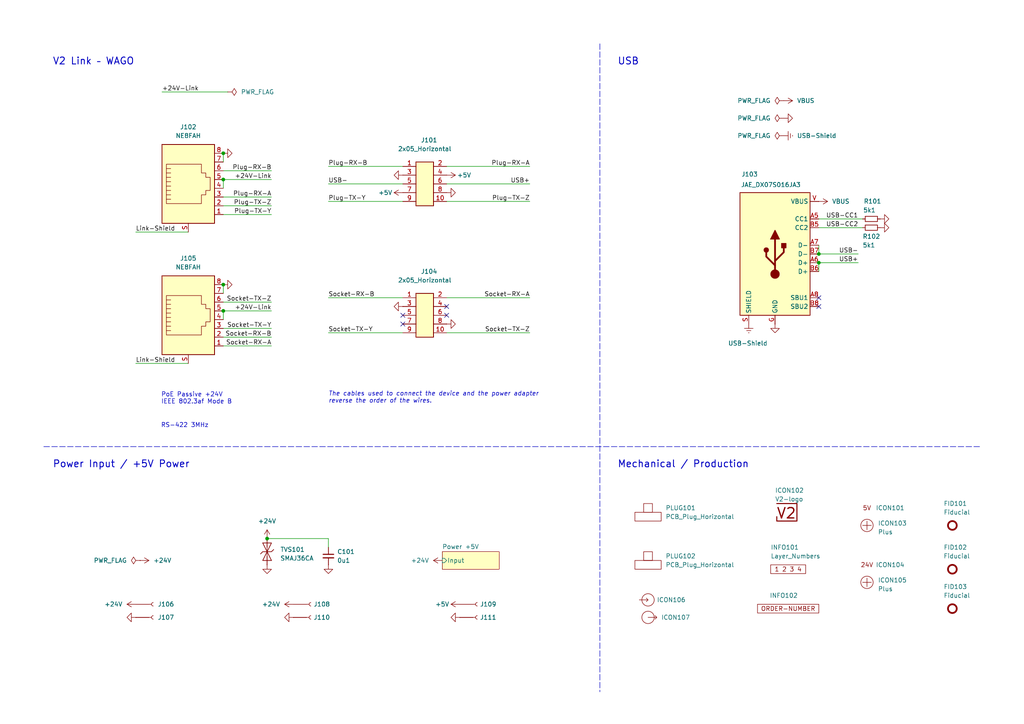
<source format=kicad_sch>
(kicad_sch (version 20250114) (generator "eeschema") (generator_version "9.0")
  (paper "A4")
  (title_block (title "V2 Link WAGO") (date "2026-01-06") (rev "2") (company "Versio Duo") (comment 1 "External Power Supply"))
  (lib_symbols
    (symbol "Device:C_Small" (pin_numbers (hide yes)) (pin_names (offset 0.254) (hide yes))
      (property "Reference" "C" (at 0.254 1.778 0))
      (property "Value" "C_Small" (at 0.254 -2.032 0))
      (symbol "C_Small_0_1"
        (polyline (pts (xy -1.524 0.508) (xy 1.524 0.508)) (stroke (width 0.3048)))
        (polyline (pts (xy -1.524 -0.508) (xy 1.524 -0.508)) (stroke (width 0.3302)))
      )
      (symbol "C_Small_1_1"
        (pin passive line (at 0 2.54 270) (length 2.032) (name "~") (number "1"))
        (pin passive line (at 0 -2.54 90) (length 2.032) (name "~") (number "2"))
      )
    )
    (symbol "Device:R_Small" (pin_numbers (hide yes)) (pin_names (offset 0.254) (hide yes))
      (property "Reference" "R" (at 0 0 90))
      (property "Value" "R_Small" (at 1.778 0 90))
      (symbol "R_Small_0_1"
        (rectangle (start -0.762 1.778) (end 0.762 -1.778) (stroke (width 0.2032)))
      )
      (symbol "R_Small_1_1"
        (pin passive line (at 0 2.54 270) (length 0.762) (name "~") (number "1"))
        (pin passive line (at 0 -2.54 90) (length 0.762) (name "~") (number "2"))
      )
    )
    (symbol "V2_Artwork:24V" (in_bom no)
      (property "Reference" "ICON" (at -2.54 2.54 0))
      (symbol "24V_1_1"
        (text "24V" (at 0 0 0) (effects (font (size 1.27 1.27))))
      )
    )
    (symbol "V2_Artwork:5V" (in_bom no)
      (property "Reference" "ICON" (at -2.54 2.54 0))
      (symbol "5V_1_1"
        (text "5V" (at 0 0 0) (effects (font (size 1.27 1.27))))
      )
    )
    (symbol "V2_Artwork:Arrow_In" (in_bom no)
      (property "Reference" "ICON" (at -2.54 2.54 0))
      (symbol "Arrow_In_0_1"
        (polyline (pts (xy -2.54 0) (xy 0 0)))
        (polyline (pts (xy -0.508 0.508) (xy 0 0) (xy -0.508 -0.508)))
        (circle (center 0 0) (radius 1.7961))
      )
    )
    (symbol "V2_Artwork:Arrow_Out" (in_bom no)
      (property "Reference" "ICON" (at -2.54 2.54 0))
      (symbol "Arrow_Out_0_1"
        (polyline (pts (xy 0 0) (xy 2.54 0)))
        (circle (center 0 0) (radius 1.7961))
        (polyline (pts (xy 2.032 0.508) (xy 2.54 0) (xy 2.032 -0.508)))
      )
    )
    (symbol "V2_Artwork:Plus" (in_bom no)
      (property "Reference" "ICON" (at -2.54 2.54 0))
      (symbol "Plus_0_1"
        (polyline (pts (xy -1.27 0) (xy 1.27 0)))
        (polyline (pts (xy 0 1.27) (xy 0 -1.27)))
        (circle (center 0 0) (radius 1.7961))
      )
    )
    (symbol "V2_Artwork:V2-logo" (in_bom no)
      (property "Reference" "ICON" (at -3.302 3.81 0))
      (symbol "V2-logo_1_0"
        (polyline (pts (xy -3.302 2.54) (xy 2.54 2.54) (xy 2.54 -2.54) (xy -3.302 -2.54) (xy -3.302 -1.27)) (stroke (width 0.3)))
      )
      (symbol "V2-logo_1_1"
        (text "V2" (at -0.508 -0.254 0) (effects (font (size 3 3) (thickness 0.375))))
      )
    )
    (symbol "V2_Connector_EtherCon:NE8FAH" (pin_names (offset 1.016))
      (property "Reference" "J" (at -5.08 17.78 0))
      (property "Value" "NE8FAH" (at 2.54 13.97 0))
      (symbol "NE8FAH_0_1"
        (polyline (pts (xy -6.35 1.905) (xy -5.08 1.905) (xy -5.08 1.905)))
        (polyline (pts (xy -6.35 0.635) (xy -5.08 0.635) (xy -5.08 0.635)))
        (polyline (pts (xy -6.35 -0.635) (xy -5.08 -0.635) (xy -5.08 -0.635)))
        (polyline (pts (xy -6.35 -1.905) (xy -5.08 -1.905) (xy -5.08 -1.905)))
        (polyline (pts (xy -6.35 -3.175) (xy -5.08 -3.175) (xy -5.08 -3.175)))
        (polyline (pts (xy -6.35 -4.445) (xy -6.35 6.985) (xy 3.81 6.985) (xy 3.81 4.445) (xy 5.08 4.445) (xy 5.08 3.175) (xy 6.35 3.175) (xy 6.35 -0.635) (xy 5.08 -0.635) (xy 5.08 -1.905) (xy 3.81 -1.905) (xy 3.81 -4.445) (xy -6.35 -4.445) (xy -6.35 -4.445)))
        (polyline (pts (xy -5.08 5.715) (xy -6.35 5.715)))
        (polyline (pts (xy -5.08 4.445) (xy -6.35 4.445)))
        (polyline (pts (xy -5.08 3.175) (xy -6.35 3.175) (xy -6.35 3.175)))
        (rectangle (start 7.62 12.7) (end -7.62 -10.16) (stroke (width 0.254)) (fill (type background)))
      )
      (symbol "NE8FAH_1_1"
        (pin passive line (at 0 -12.7 90) (length 2.54) (name "") (number "S"))
        (pin passive line (at 10.16 10.16 180) (length 2.54) (name "~") (number "8"))
        (pin passive line (at 10.16 7.62 180) (length 2.54) (name "~") (number "7"))
        (pin passive line (at 10.16 5.08 180) (length 2.54) (name "~") (number "6"))
        (pin passive line (at 10.16 2.54 180) (length 2.54) (name "~") (number "5"))
        (pin passive line (at 10.16 0 180) (length 2.54) (name "~") (number "4"))
        (pin passive line (at 10.16 -2.54 180) (length 2.54) (name "~") (number "3"))
        (pin passive line (at 10.16 -5.08 180) (length 2.54) (name "~") (number "2"))
        (pin passive line (at 10.16 -7.62 180) (length 2.54) (name "~") (number "1"))
      )
    )
    (symbol "V2_Connector_Header_1.27mm:2x05_Horizontal" (pin_names (hide yes))
      (property "Reference" "J" (at 0 12.7 0))
      (property "Value" "2x05_Horizontal" (at 1.27 10.16 0))
      (symbol "2x05_Horizontal_1_1"
        (rectangle (start -2.54 6.35) (end 2.54 -6.35) (stroke (width 0.254)) (fill (type background)))
        (pin passive line (at -6.35 5.08 0) (length 3.81) (name "Pin_1") (number "1"))
        (pin passive line (at -6.35 2.54 0) (length 3.81) (name "Pin_3") (number "3"))
        (pin passive line (at -6.35 0 0) (length 3.81) (name "Pin_5") (number "5"))
        (pin passive line (at -6.35 -2.54 0) (length 3.81) (name "Pin_7") (number "7"))
        (pin passive line (at -6.35 -5.08 0) (length 3.81) (name "Pin_9") (number "9"))
        (pin passive line (at 6.35 5.08 180) (length 3.81) (name "Pin_2") (number "2"))
        (pin passive line (at 6.35 2.54 180) (length 3.81) (name "Pin_4") (number "4"))
        (pin passive line (at 6.35 0 180) (length 3.81) (name "Pin_6") (number "6"))
        (pin passive line (at 6.35 -2.54 180) (length 3.81) (name "Pin_8") (number "8"))
        (pin passive line (at 6.35 -5.08 180) (length 3.81) (name "Pin_10") (number "10"))
      )
    )
    (symbol "V2_Connector_USB:JAE_DX07S016JA3"
      (property "Reference" "J" (at -10.16 22.86 0))
      (property "Value" "USB-C_2.0" (at -10.16 20.5 0))
      (symbol "JAE_DX07S016JA3_0_1"
        (rectangle (start -10.16 17.78) (end 10.16 -17.78) (stroke (width 0.254)) (fill (type background)))
        (circle (center -2.54 1.143) (radius 0.635) (stroke (width 0.254)) (fill (type outline)))
        (polyline (pts (xy -1.27 4.318) (xy 0 6.858) (xy 1.27 4.318) (xy -1.27 4.318)) (stroke (width 0.254)) (fill (type outline)))
        (polyline (pts (xy 0 -2.032) (xy 2.54 0.508) (xy 2.54 1.778)) (stroke (width 0.508)))
        (polyline (pts (xy 0 -3.302) (xy -2.54 -0.762) (xy -2.54 0.508)) (stroke (width 0.508)))
        (polyline (pts (xy 0 -5.842) (xy 0 4.318)) (stroke (width 0.508)))
        (circle (center 0 -5.842) (radius 1.27) (fill (type outline)))
        (rectangle (start 1.905 1.778) (end 3.175 3.048) (stroke (width 0.254)) (fill (type outline)))
      )
      (symbol "JAE_DX07S016JA3_1_1"
        (pin passive line (at -7.62 -20.32 90) (length 2.54) (name "SHIELD") (number "S"))
        (pin passive line (at 0 -20.32 90) (length 2.54) (name "GND") (number "G"))
        (pin passive line (at 12.7 15.24 180) (length 2.54) (name "VBUS") (number "V"))
        (pin bidirectional line (at 12.7 10.16 180) (length 2.54) (name "CC1") (number "A5"))
        (pin bidirectional line (at 12.7 7.62 180) (length 2.54) (name "CC2") (number "B5"))
        (pin bidirectional line (at 12.7 2.54 180) (length 2.54) (name "D-") (number "A7"))
        (pin bidirectional line (at 12.7 0 180) (length 2.54) (name "D-") (number "B7"))
        (pin bidirectional line (at 12.7 -2.54 180) (length 2.54) (name "D+") (number "A6"))
        (pin bidirectional line (at 12.7 -5.08 180) (length 2.54) (name "D+") (number "B6"))
        (pin bidirectional line (at 12.7 -12.7 180) (length 2.54) (name "SBU1") (number "A8"))
        (pin bidirectional line (at 12.7 -15.24 180) (length 2.54) (name "SBU2") (number "B8"))
      )
    )
    (symbol "V2_Connector_WAGO:2065" (pin_numbers (hide yes)) (pin_names (offset 1.016) (hide yes))
      (property "Reference" "J" (at -5.08 6.35 0))
      (symbol "2065_1_1"
        (polyline (pts (xy -1.27 0) (xy -0.508 0)) (stroke (width 0.1524)))
        (arc (start 0 -0.508) (mid -0.5058 0) (end 0 0.508) (stroke (width 0.1524)))
        (pin passive line (at -5.08 0 0) (length 3.81) (name "") (number "1"))
      )
    )
    (symbol "V2_Connector_WAGO:2601-1101" (pin_numbers (hide yes)) (pin_names (offset 1.016) (hide yes))
      (property "Reference" "J" (at -5.08 6.35 0))
      (symbol "2601-1101_1_1"
        (polyline (pts (xy -1.27 0) (xy -0.508 0)) (stroke (width 0.1524)))
        (arc (start 0 -0.508) (mid -0.5058 0) (end 0 0.508) (stroke (width 0.1524)))
        (pin passive line (at -5.08 0 0) (length 3.81) (name "") (number "1"))
      )
    )
    (symbol "V2_Diode:SMAJ36CA" (pin_numbers (hide yes)) (pin_names (hide yes))
      (property "Reference" "TVS" (at -1.27 3.81 0))
      (property "Value" "SMAJ24CA" (at 0 -3.81 0))
      (symbol "SMAJ36CA_0_1"
        (polyline (pts (xy -2.54 -1.27) (xy -2.54 1.27) (xy 0 0) (xy -2.54 -1.27)) (stroke (width 0.2032)))
        (polyline (pts (xy 0 1.27) (xy -0.635 1.905) (xy 0 1.27) (xy 0 -1.27) (xy 0.635 -1.905) (xy 0 -1.27)) (stroke (width 0.2032)))
        (polyline (pts (xy 1.27 0) (xy -1.27 0)))
        (polyline (pts (xy 2.54 1.27) (xy 2.54 -1.27) (xy 0 0) (xy 2.54 1.27)) (stroke (width 0.2032)))
      )
      (symbol "SMAJ36CA_1_1"
        (pin passive line (at -3.81 0 0) (length 2.54) (name "K") (number "1"))
        (pin passive line (at 3.81 0 180) (length 2.54) (name "A") (number "2"))
      )
    )
    (symbol "V2_Mechanical:Fiducial_Paste" (in_bom no)
      (property "Reference" "FID" (at 0 5.08 0))
      (property "Value" "Fiducial_Paste" (at 0 3.175 0))
      (symbol "Fiducial_Paste_0_1"
        (circle (center 0 0) (radius 1.27) (stroke (width 0.508)))
      )
    )
    (symbol "V2_PCB_Devices:PCB_Plug_Horizontal" (in_bom no)
      (property "Reference" "PLUG" (at 0 -5.08 0))
      (property "Value" "PCB_Plug_Horizontal" (at 1.27 -8.89 0))
      (symbol "PCB_Plug_Horizontal_0_1"
        (rectangle (start -3.81 0) (end 3.81 -2.54))
        (rectangle (start -1.27 2.54) (end 1.27 0))
      )
    )
    (symbol "V2_Production:Layer_Numbers" (in_bom no)
      (property "Reference" "INFO" (at 0 3.81 0))
      (property "Value" "Layer_Numbers" (at 0 -3.81 0))
      (symbol "Layer_Numbers_0_0"
        (text "1 2 3 4" (at 0 0 0) (effects (font (size 1.27 1.27))))
      )
      (symbol "Layer_Numbers_0_1"
        (rectangle (start -5.08 1.27) (end 5.08 -1.27))
      )
    )
    (symbol "V2_Production:Order_Number" (in_bom no)
      (property "Reference" "INFO" (at 0 2.54 0))
      (symbol "Order_Number_0_0"
        (text "ORDER-NUMBER" (at 0 0 0) (effects (font (size 1.27 1.27))))
      )
      (symbol "Order_Number_0_1"
        (rectangle (start -8.89 1.27) (end 8.89 -1.27))
      )
    )
    (symbol "power:+24V" (power) (pin_numbers (hide yes)) (pin_names (offset 0) (hide yes))
      (property "Value" "+24V" (at 0 3.556 0))
      (symbol "+24V_0_1"
        (polyline (pts (xy -0.762 1.27) (xy 0 2.54)))
        (polyline (pts (xy 0 2.54) (xy 0.762 1.27)))
        (polyline (pts (xy 0 0) (xy 0 2.54)))
      )
      (symbol "+24V_1_1"
        (pin power_in line (at 0 0 90) (length 0) (name "~") (number "1"))
      )
    )
    (symbol "power:+5V" (power) (pin_numbers (hide yes)) (pin_names (offset 0) (hide yes))
      (property "Value" "+5V" (at 0 3.556 0))
      (symbol "+5V_0_1"
        (polyline (pts (xy -0.762 1.27) (xy 0 2.54)))
        (polyline (pts (xy 0 2.54) (xy 0.762 1.27)))
        (polyline (pts (xy 0 0) (xy 0 2.54)))
      )
      (symbol "+5V_1_1"
        (pin power_in line (at 0 0 90) (length 0) (name "~") (number "1"))
      )
    )
    (symbol "power:Earth" (power) (pin_numbers (hide yes)) (pin_names (offset 0) (hide yes))
      (property "Value" "Earth" (at 0 -3.81 0))
      (symbol "Earth_0_1"
        (polyline (pts (xy -0.635 -1.905) (xy 0.635 -1.905)))
        (polyline (pts (xy -0.127 -2.54) (xy 0.127 -2.54)))
        (polyline (pts (xy 0 -1.27) (xy 0 0)))
        (polyline (pts (xy 1.27 -1.27) (xy -1.27 -1.27)))
      )
      (symbol "Earth_1_1"
        (pin power_in line (at 0 0 270) (length 0) (name "~") (number "1"))
      )
    )
    (symbol "power:GND" (power) (pin_numbers (hide yes)) (pin_names (offset 0) (hide yes))
      (property "Value" "GND" (at 0 -3.81 0))
      (symbol "GND_0_1"
        (polyline (pts (xy 0 0) (xy 0 -1.27) (xy 1.27 -1.27) (xy 0 -2.54) (xy -1.27 -1.27) (xy 0 -1.27)))
      )
      (symbol "GND_1_1"
        (pin power_in line (at 0 0 270) (length 0) (name "~") (number "1"))
      )
    )
    (symbol "power:PWR_FLAG" (power) (pin_numbers (hide yes)) (pin_names (offset 0) (hide yes))
      (property "Value" "PWR_FLAG" (at 0 3.81 0))
      (symbol "PWR_FLAG_0_0"
        (pin power_out line (at 0 0 90) (length 0) (name "~") (number "1"))
      )
      (symbol "PWR_FLAG_0_1"
        (polyline (pts (xy 0 0) (xy 0 1.27) (xy -1.016 1.905) (xy 0 2.54) (xy 1.016 1.905) (xy 0 1.27)))
      )
    )
    (symbol "power:VBUS" (power) (pin_numbers (hide yes)) (pin_names (offset 0) (hide yes))
      (property "Value" "VBUS" (at 0 3.556 0))
      (symbol "VBUS_0_1"
        (polyline (pts (xy -0.762 1.27) (xy 0 2.54)))
        (polyline (pts (xy 0 2.54) (xy 0.762 1.27)))
        (polyline (pts (xy 0 0) (xy 0 2.54)))
      )
      (symbol "VBUS_1_1"
        (pin power_in line (at 0 0 90) (length 0) (name "~") (number "1"))
      )
    )
  )
  (text "PoE Passive +24V\nIEEE 802.3af Mode B" (at 46.736 115.57 0) (effects (font (size 1.27 1.27)) (justify left)))
  (text "The cables used to connect the device and the power adapter\nreverse the order of the wires." (at 95.25 117.094 0) (effects (font (size 1.27 1.27) (italic yes)) (justify left bottom)))
  (text "RS-422 3MHz" (at 53.594 123.444 0) (effects (font (size 1.27 1.27))))
  (text "Power Input / +5V Power" (at 15.24 135.89 0) (effects (font (size 2 2) (thickness 0.254) (bold yes)) (justify left bottom)))
  (text "Mechanical / Production" (at 179.07 135.89 0) (effects (font (size 2 2) (thickness 0.254) (bold yes)) (justify left bottom)))
  (text "USB" (at 179.07 19.05 0) (effects (font (size 2 2) (thickness 0.254) (bold yes)) (justify left bottom)))
  (text "V2 Link – WAGO" (at 15.24 19.05 0) (effects (font (size 2 2) (thickness 0.254) (bold yes)) (justify left bottom)))
  (junction (at 77.47 156.21))
  (junction (at 237.49 73.66))
  (junction (at 64.77 44.45))
  (junction (at 64.77 52.07))
  (junction (at 64.77 90.17))
  (junction (at 237.49 76.2))
  (junction (at 64.77 82.55))
  (no_connect (at 116.84 93.98))
  (no_connect (at 129.54 91.44))
  (no_connect (at 129.54 88.9))
  (no_connect (at 116.84 91.44))
  (no_connect (at 237.49 86.36))
  (no_connect (at 237.49 88.9))
  (wire (pts (xy 39.37 67.31) (xy 54.61 67.31)))
  (wire (pts (xy 64.77 44.45) (xy 64.77 46.99)))
  (wire (pts (xy 64.77 87.63) (xy 78.74 87.63)))
  (polyline (pts (xy 173.99 12.7) (xy 173.99 200.66)) (stroke (width 0) (type dash)))
  (wire (pts (xy 64.77 97.79) (xy 78.74 97.79)))
  (wire (pts (xy 129.54 96.52) (xy 153.67 96.52)))
  (wire (pts (xy 129.54 58.42) (xy 153.67 58.42)))
  (wire (pts (xy 95.25 158.75) (xy 95.25 156.21)))
  (wire (pts (xy 39.37 105.41) (xy 54.61 105.41)))
  (wire (pts (xy 129.54 86.36) (xy 153.67 86.36)))
  (wire (pts (xy 237.49 66.04) (xy 250.19 66.04)))
  (wire (pts (xy 64.77 62.23) (xy 78.74 62.23)))
  (wire (pts (xy 95.25 53.34) (xy 116.84 53.34)))
  (wire (pts (xy 64.77 90.17) (xy 64.77 92.71)))
  (wire (pts (xy 237.49 73.66) (xy 248.92 73.66)))
  (wire (pts (xy 129.54 48.26) (xy 153.67 48.26)))
  (polyline (pts (xy 12.7 129.54) (xy 284.48 129.54)) (stroke (width 0) (type dash)))
  (wire (pts (xy 64.77 59.69) (xy 78.74 59.69)))
  (wire (pts (xy 237.49 76.2) (xy 248.92 76.2)))
  (wire (pts (xy 64.77 100.33) (xy 78.74 100.33)))
  (wire (pts (xy 237.49 76.2) (xy 237.49 78.74)))
  (wire (pts (xy 64.77 49.53) (xy 78.74 49.53)))
  (wire (pts (xy 95.25 156.21) (xy 77.47 156.21)))
  (wire (pts (xy 129.54 53.34) (xy 153.67 53.34)))
  (wire (pts (xy 116.84 58.42) (xy 95.25 58.42)))
  (wire (pts (xy 237.49 71.12) (xy 237.49 73.66)))
  (wire (pts (xy 64.77 52.07) (xy 64.77 54.61)))
  (wire (pts (xy 64.77 82.55) (xy 64.77 85.09)))
  (wire (pts (xy 237.49 63.5) (xy 250.19 63.5)))
  (wire (pts (xy 116.84 96.52) (xy 95.25 96.52)))
  (wire (pts (xy 64.77 95.25) (xy 78.74 95.25)))
  (wire (pts (xy 116.84 86.36) (xy 95.25 86.36)))
  (wire (pts (xy 64.77 57.15) (xy 78.74 57.15)))
  (wire (pts (xy 64.77 52.07) (xy 78.74 52.07)))
  (wire (pts (xy 64.77 90.17) (xy 78.74 90.17)))
  (wire (pts (xy 116.84 48.26) (xy 95.25 48.26)))
  (wire (pts (xy 46.99 26.67) (xy 66.04 26.67)))
  (label "Socket-TX-Z" (at 153.67 96.52 180))
  (label "USB+" (at 153.67 53.34 180))
  (label "Socket-TX-Y" (at 95.25 96.52 0))
  (label "Socket-RX-B" (at 78.74 97.79 180))
  (label "+24V-Link" (at 78.74 52.07 180))
  (label "USB+" (at 248.92 76.2 180))
  (label "Socket-TX-Z" (at 78.74 87.63 180))
  (label "Plug-RX-B" (at 78.74 49.53 180))
  (label "Plug-TX-Z" (at 78.74 59.69 180))
  (label "Plug-TX-Z" (at 153.67 58.42 180))
  (label "+24V-Link" (at 46.99 26.67 0))
  (label "Link-Shield" (at 39.37 67.31 0))
  (label "Plug-TX-Y" (at 95.25 58.42 0))
  (label "Plug-RX-B" (at 95.25 48.26 0))
  (label "USB-" (at 95.25 53.34 0))
  (label "Plug-RX-A" (at 153.67 48.26 180))
  (label "Link-Shield" (at 39.37 105.41 0))
  (label "+24V-Link" (at 78.74 90.17 180))
  (label "USB-CC2" (at 248.92 66.04 180))
  (label "Plug-TX-Y" (at 78.74 62.23 180))
  (label "Plug-RX-A" (at 78.74 57.15 180))
  (label "Socket-RX-B" (at 95.25 86.36 0))
  (label "Socket-RX-A" (at 153.67 86.36 180))
  (label "Socket-RX-A" (at 78.74 100.33 180))
  (label "USB-" (at 248.92 73.66 180))
  (label "Socket-TX-Y" (at 78.74 95.25 180))
  (label "USB-CC1" (at 248.92 63.5 180))
  (symbol (lib_id "power:GND") (at 116.84 88.9 270) (unit 1)
    (property "Reference" "#PWR0113" (effects (hide yes)))
    (property "Value" "GND" (effects (hide yes)))
    (property "Description" "Power symbol creates a global label with name \"GND\" , ground" (effects (hide yes)))
  )
  (symbol (lib_id "V2_Production:Layer_Numbers") (at 228.6 165.1 0) (unit 1) (in_bom no)
    (property "Reference" "INFO101" (at 223.52 158.7499 0) (effects (justify left)))
    (property "Value" "Layer_Numbers" (at 223.52 161.2899 0) (effects (justify left)))
    (property "Footprint" "V2_Production:Layer_Numbers" (effects (hide yes)))
    (property "Sim.Enable" "0" (effects (hide yes)))
  )
  (symbol (lib_id "power:GND") (at 77.47 163.83 0) (unit 1)
    (property "Reference" "#PWR0122" (effects (hide yes)))
    (property "Value" "GND" (effects (hide yes)))
    (property "Description" "Power symbol creates a global label with name \"GND\" , ground" (effects (hide yes)))
  )
  (symbol (lib_id "power:GND") (at 255.27 66.04 90) (unit 1)
    (property "Reference" "#PWR0111" (effects (hide yes)))
    (property "Value" "GND" (effects (hide yes)))
    (property "Description" "Power symbol creates a global label with name \"GND\" , ground" (effects (hide yes)))
  )
  (symbol (lib_id "V2_PCB_Devices:PCB_Plug_Horizontal") (at 187.96 162.56 0) (unit 1) (in_bom no)
    (property "Reference" "PLUG102" (at 193.04 161.29 0) (effects (justify left)))
    (property "Value" "PCB_Plug_Horizontal" (at 193.04 163.83 0) (effects (justify left)))
    (property "Footprint" "V2_PCB_Devices:PCB_Plug_Horizontal" (effects (hide yes)))
    (property "Sim.Enable" "0" (effects (hide yes)))
  )
  (symbol (lib_id "V2_Diode:SMAJ36CA") (at 77.47 160.02 90) (unit 1)
    (property "Reference" "TVS101" (at 81.28 159.385 90) (effects (justify right)))
    (property "Value" "SMAJ36CA" (at 81.28 161.925 90) (effects (justify right)))
    (property "Footprint" "Diode_SMD:D_SMA" (effects (hide yes)))
  )
  (symbol (lib_id "power:PWR_FLAG") (at 227.33 29.21 90) (unit 1)
    (property "Reference" "#FLG0102" (effects (hide yes)))
    (property "Value" "PWR_FLAG" (at 223.52 29.2099 90) (effects (justify left)))
    (property "Description" "Special symbol for telling ERC where power comes from" (effects (hide yes)))
  )
  (symbol (lib_id "power:GND") (at 95.25 163.83 0) (unit 1)
    (property "Reference" "#PWR0123" (effects (hide yes)))
    (property "Value" "GND" (effects (hide yes)))
    (property "Description" "Power symbol creates a global label with name \"GND\" , ground" (effects (hide yes)))
  )
  (symbol (lib_id "power:VBUS") (at 237.49 58.42 270) (unit 1)
    (property "Reference" "#PWR0109" (effects (hide yes)))
    (property "Value" "VBUS" (at 241.3 58.4199 90) (effects (justify left)))
    (property "Description" "Power symbol creates a global label with name \"VBUS\"" (effects (hide yes)))
  )
  (symbol (lib_id "V2_PCB_Devices:PCB_Plug_Horizontal") (at 187.96 148.59 0) (unit 1) (in_bom no)
    (property "Reference" "PLUG101" (at 193.04 147.32 0) (effects (justify left)))
    (property "Value" "PCB_Plug_Horizontal" (at 193.04 149.86 0) (effects (justify left)))
    (property "Footprint" "V2_PCB_Devices:PCB_Plug_Horizontal" (effects (hide yes)))
    (property "Sim.Enable" "0" (effects (hide yes)))
  )
  (symbol (lib_id "power:+24V") (at 77.47 156.21 0) (unit 1)
    (property "Reference" "#PWR0118" (effects (hide yes)))
    (property "Value" "+24V" (at 77.47 151.13 0))
    (property "Description" "Power symbol creates a global label with name \"+24V\"" (effects (hide yes)))
  )
  (symbol (lib_id "power:Earth") (at 227.33 39.37 90) (unit 1)
    (property "Reference" "#PWR0103" (effects (hide yes)))
    (property "Value" "USB-Shield" (at 231.14 39.3699 90) (effects (justify right)))
    (property "Description" "Power symbol creates a global label with name \"Earth\"" (effects (hide yes)))
  )
  (symbol (lib_id "V2_Connector_USB:JAE_DX07S016JA3") (at 224.79 73.66 0) (unit 1)
    (property "Reference" "J103" (at 217.424 50.546 0))
    (property "Value" "JAE_DX07S016JA3" (at 214.884 53.594 0) (effects (justify left)))
    (property "Footprint" "V2_Connector_USB:JAE_DX07S016JA3" (effects (hide yes)))
    (property "Sim.Enable" "0" (effects (hide yes)))
  )
  (symbol (lib_id "power:GND") (at 116.84 50.8 270) (unit 1)
    (property "Reference" "#PWR0105" (effects (hide yes)))
    (property "Value" "GND" (effects (hide yes)))
    (property "Description" "Power symbol creates a global label with name \"GND\" , ground" (effects (hide yes)))
  )
  (symbol (lib_id "power:GND") (at 255.27 63.5 90) (unit 1)
    (property "Reference" "#PWR0110" (effects (hide yes)))
    (property "Value" "GND" (effects (hide yes)))
    (property "Description" "Power symbol creates a global label with name \"GND\" , ground" (effects (hide yes)))
  )
  (symbol (lib_id "power:Earth") (at 217.17 93.98 0) (unit 1)
    (property "Reference" "#PWR0115" (effects (hide yes)))
    (property "Value" "USB-Shield" (at 216.916 99.568 0))
    (property "Description" "Power symbol creates a global label with name \"Earth\"" (effects (hide yes)))
  )
  (symbol (lib_id "V2_Connector_WAGO:2601-1101") (at 44.45 175.26 0) (unit 1)
    (property "Reference" "J106" (at 45.72 175.2599 0) (effects (justify left)))
    (property "Value" "Conn_01x01" (effects (hide yes)))
    (property "Footprint" "V2_Connector_WAGO:2601-1101" (effects (hide yes)))
    (property "Sim.Enable" "0" (effects (hide yes)))
  )
  (symbol (lib_id "V2_Artwork:Plus") (at 251.46 152.4 0) (unit 1) (in_bom no)
    (property "Reference" "ICON103" (at 254.635 151.765 0) (effects (justify left)))
    (property "Value" "Plus" (at 254.635 154.305 0) (effects (justify left)))
    (property "Footprint" "V2_Artwork:Plus_Small" (effects (hide yes)))
    (property "Sim.Enable" "0" (effects (hide yes)))
  )
  (symbol (lib_id "power:GND") (at 129.54 93.98 90) (unit 1)
    (property "Reference" "#PWR0114" (effects (hide yes)))
    (property "Value" "GND" (effects (hide yes)))
    (property "Description" "Power symbol creates a global label with name \"GND\" , ground" (effects (hide yes)))
  )
  (symbol (lib_id "power:+5V") (at 129.54 50.8 270) (unit 1)
    (property "Reference" "#PWR0106" (effects (hide yes)))
    (property "Value" "+5V" (at 134.62 50.8 90))
    (property "Description" "Power symbol creates a global label with name \"+5V\"" (effects (hide yes)))
  )
  (symbol (lib_id "V2_Connector_WAGO:2065") (at 138.43 179.07 0) (unit 1)
    (property "Reference" "J111" (at 141.605 179.07 0))
    (property "Value" "WAGO-2065" (effects (hide yes)))
    (property "Footprint" "V2_Connector_WAGO:2065-100" (effects (hide yes)))
    (property "Sim.Enable" "0" (effects (hide yes)))
  )
  (symbol (lib_id "V2_Connector_EtherCon:NE8FAH") (at 54.61 54.61 0) (unit 1)
    (property "Reference" "J102" (at 54.61 36.83 0))
    (property "Value" "NE8FAH" (at 54.61 39.37 0))
    (property "Footprint" "V2_Connector_EtherCon:NE8FAH" (effects (hide yes)))
    (property "Sim.Enable" "0" (effects (hide yes)))
  )
  (symbol (lib_id "V2_Artwork:Arrow_Out") (at 187.96 179.07 0) (unit 1) (in_bom no)
    (property "Reference" "ICON107" (at 191.77 179.0699 0) (effects (justify left)))
    (property "Value" "Arrow_Out" (effects (hide yes)))
    (property "Footprint" "V2_Artwork:Arrow_Out" (effects (hide yes)))
    (property "Sim.Enable" "0" (effects (hide yes)))
  )
  (symbol (lib_id "Device:C_Small") (at 95.25 161.29 0) (unit 1)
    (property "Reference" "C101" (at 97.79 160.02 0) (effects (justify left)))
    (property "Value" "0u1" (at 97.79 162.56 0) (effects (justify left)))
    (property "Footprint" "Capacitor_SMD:C_0603_1608Metric" (effects (hide yes)))
    (property "Description" "Unpolarized capacitor, small symbol" (effects (hide yes)))
  )
  (symbol (lib_id "power:VBUS") (at 227.33 29.21 270) (unit 1)
    (property "Reference" "#PWR0101" (effects (hide yes)))
    (property "Value" "VBUS" (at 231.14 29.2099 90) (effects (justify left)))
    (property "Description" "Power symbol creates a global label with name \"VBUS\"" (effects (hide yes)))
  )
  (symbol (lib_id "V2_Connector_Header_1.27mm:2x05_Horizontal") (at 123.19 53.34 0) (unit 1)
    (property "Reference" "J101" (at 124.46 40.64 0))
    (property "Value" "2x05_Horizontal" (at 123.19 43.18 0))
    (property "Footprint" "V2_Connector_Header_1.27mm:PinHeader_2x05_P1.27mm_Horizontal" (effects (hide yes)))
    (property "Sim.Enable" "0" (effects (hide yes)))
  )
  (symbol (lib_id "V2_Production:Order_Number") (at 228.6 176.53 0) (unit 1) (in_bom no)
    (property "Reference" "INFO102" (at 227.33 172.72 0))
    (property "Value" "ORDER-NUMBER" (effects (hide yes)))
    (property "Footprint" "V2_Production:Order_Number" (effects (hide yes)))
    (property "Sim.Enable" "0" (effects (hide yes)))
  )
  (symbol (lib_id "Device:R_Small") (at 252.73 63.5 90) (unit 1)
    (property "Reference" "R101" (at 255.6325 58.3841 90) (effects (justify left)))
    (property "Value" "5k1" (at 253.9999 60.96 90) (effects (justify left)))
    (property "Footprint" "Resistor_SMD:R_0603_1608Metric" (effects (hide yes)))
    (property "Description" "Resistor, small symbol" (effects (hide yes)))
  )
  (symbol (lib_id "Device:R_Small") (at 252.73 66.04 90) (unit 1)
    (property "Reference" "R102" (at 250.1899 68.58 90) (effects (justify right)))
    (property "Value" "5k1" (at 250.1899 71.12 90) (effects (justify right)))
    (property "Footprint" "Resistor_SMD:R_0603_1608Metric" (effects (hide yes)))
    (property "Description" "Resistor, small symbol" (effects (hide yes)))
  )
  (symbol (lib_id "V2_Connector_WAGO:2601-1101") (at 44.45 179.07 0) (unit 1)
    (property "Reference" "J107" (at 45.72 179.0699 0) (effects (justify left)))
    (property "Value" "Conn_01x01" (effects (hide yes)))
    (property "Footprint" "V2_Connector_WAGO:2601-1101" (effects (hide yes)))
    (property "Sim.Enable" "0" (effects (hide yes)))
  )
  (symbol (lib_id "power:+24V") (at 85.09 175.26 90) (unit 1)
    (property "Reference" "#PWR0124" (effects (hide yes)))
    (property "Value" "+24V" (at 81.28 175.2599 90) (effects (justify left)))
    (property "Description" "Power symbol creates a global label with name \"+24V\"" (effects (hide yes)))
  )
  (symbol (lib_id "V2_Mechanical:Fiducial_Paste") (at 276.225 152.4 0) (unit 1) (in_bom no)
    (property "Reference" "FID101" (at 273.685 146.05 0) (effects (justify left)))
    (property "Value" "Fiducial" (at 273.685 148.59 0) (effects (justify left)))
    (property "Footprint" "V2_Fiducial:Fiducial_0.5mm_Mask1mm_Paste" (effects (hide yes)))
    (property "Description" "Fiducial Marker" (effects (hide yes)))
    (property "Sim.Enable" "0" (effects (hide yes)))
  )
  (symbol (lib_id "power:GND") (at 64.77 44.45 90) (unit 1)
    (property "Reference" "#PWR0104" (effects (hide yes)))
    (property "Value" "GND" (effects (hide yes)))
    (property "Description" "Power symbol creates a global label with name \"GND\" , ground" (effects (hide yes)))
  )
  (symbol (lib_id "power:+24V") (at 128.27 162.56 90) (unit 1)
    (property "Reference" "#PWR0121" (effects (hide yes)))
    (property "Value" "+24V" (at 124.46 162.5599 90) (effects (justify left)))
    (property "Description" "Power symbol creates a global label with name \"+24V\"" (effects (hide yes)))
  )
  (symbol (lib_id "power:+24V") (at 40.64 162.56 270) (unit 1)
    (property "Reference" "#PWR0117" (effects (hide yes)))
    (property "Value" "+24V" (at 44.45 162.5599 90) (effects (justify left)))
    (property "Description" "Power symbol creates a global label with name \"+24V\"" (effects (hide yes)))
  )
  (symbol (lib_id "V2_Connector_WAGO:2065") (at 138.43 175.26 0) (unit 1)
    (property "Reference" "J109" (at 141.605 175.26 0))
    (property "Value" "WAGO-2065" (effects (hide yes)))
    (property "Footprint" "V2_Connector_WAGO:2065-100" (effects (hide yes)))
    (property "Sim.Enable" "0" (effects (hide yes)))
  )
  (symbol (lib_id "power:PWR_FLAG") (at 227.33 34.29 90) (unit 1)
    (property "Reference" "#FLG0103" (effects (hide yes)))
    (property "Value" "PWR_FLAG" (at 223.52 34.2899 90) (effects (justify left)))
    (property "Description" "Special symbol for telling ERC where power comes from" (effects (hide yes)))
  )
  (symbol (lib_id "V2_Connector_WAGO:2065") (at 90.17 179.07 0) (unit 1)
    (property "Reference" "J110" (at 93.345 179.07 0))
    (property "Value" "WAGO-2065" (effects (hide yes)))
    (property "Footprint" "V2_Connector_WAGO:2065-100" (effects (hide yes)))
    (property "Sim.Enable" "0" (effects (hide yes)))
  )
  (symbol (lib_id "V2_Connector_Header_1.27mm:2x05_Horizontal") (at 123.19 91.44 0) (unit 1)
    (property "Reference" "J104" (at 124.46 78.74 0))
    (property "Value" "2x05_Horizontal" (at 123.19 81.28 0))
    (property "Footprint" "V2_Connector_Header_1.27mm:PinHeader_2x05_P1.27mm_Horizontal" (effects (hide yes)))
    (property "Sim.Enable" "0" (effects (hide yes)))
  )
  (symbol (lib_id "power:GND") (at 224.79 93.98 0) (unit 1)
    (property "Reference" "#PWR0116" (effects (hide yes)))
    (property "Value" "GND" (effects (hide yes)))
    (property "Description" "Power symbol creates a global label with name \"GND\" , ground" (effects (hide yes)))
  )
  (symbol (lib_id "power:GND") (at 85.09 179.07 270) (unit 1)
    (property "Reference" "#PWR0126" (effects (hide yes)))
    (property "Value" "GND" (effects (hide yes)))
    (property "Description" "Power symbol creates a global label with name \"GND\" , ground" (effects (hide yes)))
  )
  (symbol (lib_id "V2_Artwork:24V") (at 251.46 163.83 0) (unit 1) (in_bom no)
    (property "Reference" "ICON104" (at 254 163.83 0) (effects (justify left)))
    (property "Value" "24V" (effects (hide yes)))
    (property "Footprint" "V2_Artwork:24V" (effects (hide yes)))
    (property "Sim.Enable" "0" (effects (hide yes)))
  )
  (symbol (lib_id "power:GND") (at 129.54 55.88 90) (unit 1)
    (property "Reference" "#PWR0108" (effects (hide yes)))
    (property "Value" "GND" (effects (hide yes)))
    (property "Description" "Power symbol creates a global label with name \"GND\" , ground" (effects (hide yes)))
  )
  (symbol (lib_id "power:+5V") (at 133.35 175.26 90) (unit 1)
    (property "Reference" "#PWR0125" (effects (hide yes)))
    (property "Value" "+5V" (at 128.27 175.26 90))
    (property "Description" "Power symbol creates a global label with name \"+5V\"" (effects (hide yes)))
  )
  (symbol (lib_id "V2_Artwork:5V") (at 251.46 147.32 0) (unit 1) (in_bom no)
    (property "Reference" "ICON101" (at 254 147.32 0) (effects (justify left)))
    (property "Value" "5V" (effects (hide yes)))
    (property "Footprint" "V2_Artwork:5V" (effects (hide yes)))
    (property "Sim.Enable" "0" (effects (hide yes)))
  )
  (symbol (lib_id "power:PWR_FLAG") (at 227.33 39.37 90) (unit 1)
    (property "Reference" "#FLG0104" (effects (hide yes)))
    (property "Value" "PWR_FLAG" (at 223.52 39.3699 90) (effects (justify left)))
    (property "Description" "Special symbol for telling ERC where power comes from" (effects (hide yes)))
  )
  (symbol (lib_id "power:PWR_FLAG") (at 40.64 162.56 90) (unit 1)
    (property "Reference" "#FLG0105" (effects (hide yes)))
    (property "Value" "PWR_FLAG" (at 32.004 162.56 90))
    (property "Description" "Special symbol for telling ERC where power comes from" (effects (hide yes)))
  )
  (symbol (lib_id "V2_Mechanical:Fiducial_Paste") (at 276.225 165.1 0) (unit 1) (in_bom no)
    (property "Reference" "FID102" (at 273.685 158.75 0) (effects (justify left)))
    (property "Value" "Fiducial" (at 277.495 161.29 0))
    (property "Footprint" "V2_Fiducial:Fiducial_0.5mm_Mask1mm_Paste" (effects (hide yes)))
    (property "Description" "Fiducial Marker" (effects (hide yes)))
    (property "Sim.Enable" "0" (effects (hide yes)))
  )
  (symbol (lib_id "power:+24V") (at 39.37 175.26 90) (unit 1)
    (property "Reference" "#PWR0119" (effects (hide yes)))
    (property "Value" "+24V" (at 35.56 175.2599 90) (effects (justify left)))
    (property "Description" "Power symbol creates a global label with name \"+24V\"" (effects (hide yes)))
  )
  (symbol (lib_id "V2_Connector_WAGO:2065") (at 90.17 175.26 0) (unit 1)
    (property "Reference" "J108" (at 93.345 175.26 0))
    (property "Value" "WAGO-2065" (effects (hide yes)))
    (property "Footprint" "V2_Connector_WAGO:2065-100" (effects (hide yes)))
    (property "Sim.Enable" "0" (effects (hide yes)))
  )
  (symbol (lib_id "power:GND") (at 227.33 34.29 90) (unit 1)
    (property "Reference" "#PWR0102" (effects (hide yes)))
    (property "Value" "GND" (effects (hide yes)))
    (property "Description" "Power symbol creates a global label with name \"GND\" , ground" (effects (hide yes)))
  )
  (symbol (lib_id "V2_Connector_EtherCon:NE8FAH") (at 54.61 92.71 0) (unit 1)
    (property "Reference" "J105" (at 54.61 74.93 0))
    (property "Value" "NE8FAH" (at 54.61 77.47 0))
    (property "Footprint" "V2_Connector_EtherCon:NE8FAH" (effects (hide yes)))
    (property "Sim.Enable" "0" (effects (hide yes)))
  )
  (symbol (lib_id "power:GND") (at 64.77 82.55 90) (unit 1)
    (property "Reference" "#PWR0112" (effects (hide yes)))
    (property "Value" "GND" (effects (hide yes)))
    (property "Description" "Power symbol creates a global label with name \"GND\" , ground" (effects (hide yes)))
  )
  (symbol (lib_id "V2_Artwork:Plus") (at 251.46 168.91 0) (unit 1) (in_bom no)
    (property "Reference" "ICON105" (at 254.635 168.275 0) (effects (justify left)))
    (property "Value" "Plus" (at 254.635 170.815 0) (effects (justify left)))
    (property "Footprint" "V2_Artwork:Plus_Small" (effects (hide yes)))
    (property "Sim.Enable" "0" (effects (hide yes)))
  )
  (symbol (lib_id "power:GND") (at 39.37 179.07 270) (unit 1)
    (property "Reference" "#PWR0120" (effects (hide yes)))
    (property "Value" "GND" (effects (hide yes)))
    (property "Description" "Power symbol creates a global label with name \"GND\" , ground" (effects (hide yes)))
  )
  (symbol (lib_id "power:GND") (at 133.35 179.07 270) (unit 1)
    (property "Reference" "#PWR0127" (effects (hide yes)))
    (property "Value" "GND" (effects (hide yes)))
    (property "Description" "Power symbol creates a global label with name \"GND\" , ground" (effects (hide yes)))
  )
  (symbol (lib_id "V2_Mechanical:Fiducial_Paste") (at 276.225 176.53 0) (unit 1) (in_bom no)
    (property "Reference" "FID103" (at 273.685 170.18 0) (effects (justify left)))
    (property "Value" "Fiducial" (at 273.685 172.72 0) (effects (justify left)))
    (property "Footprint" "V2_Fiducial:Fiducial_0.5mm_Mask1mm_Paste" (effects (hide yes)))
    (property "Description" "Fiducial Marker" (effects (hide yes)))
    (property "Sim.Enable" "0" (effects (hide yes)))
  )
  (symbol (lib_id "power:+5V") (at 116.84 55.88 90) (unit 1)
    (property "Reference" "#PWR0107" (effects (hide yes)))
    (property "Value" "+5V" (at 111.76 55.88 90))
    (property "Description" "Power symbol creates a global label with name \"+5V\"" (effects (hide yes)))
  )
  (symbol (lib_id "power:PWR_FLAG") (at 66.04 26.67 270) (unit 1)
    (property "Reference" "#FLG0101" (effects (hide yes)))
    (property "Value" "PWR_FLAG" (at 69.85 26.6699 90) (effects (justify left)))
    (property "Description" "Special symbol for telling ERC where power comes from" (effects (hide yes)))
  )
  (symbol (lib_id "V2_Artwork:Arrow_In") (at 187.96 173.99 0) (unit 1) (in_bom no)
    (property "Reference" "ICON106" (at 190.5 173.9899 0) (effects (justify left)))
    (property "Value" "Arrow_In" (effects (hide yes)))
    (property "Footprint" "V2_Artwork:Arrow_In" (effects (hide yes)))
    (property "Sim.Enable" "0" (effects (hide yes)))
  )
  (symbol (lib_id "V2_Artwork:V2-logo") (at 228.6 148.59 0) (unit 1) (in_bom no)
    (property "Reference" "ICON102" (at 224.79 142.24 0) (effects (justify left)))
    (property "Value" "V2-logo" (at 224.79 144.78 0) (effects (justify left)))
    (property "Footprint" "V2_Artwork:Logo_Tiny" (effects (hide yes)))
    (property "Sim.Enable" "0" (effects (hide yes)))
  )
  (sheet (at 128.27 160.02) (size 16.51 5.08) (stroke (width 0.1524)) (fill (color 255 255 194 1.0000))
    (property "Sheetname" "Power +5V" (at 128.27 159.3084 0) (effects (justify left bottom)))
    (property "Sheetfile" "PowerSupply.kicad_sch" (effects (hide yes)))
    (pin "Input" input (at 128.27 162.56 180))
  )
)
</source>
